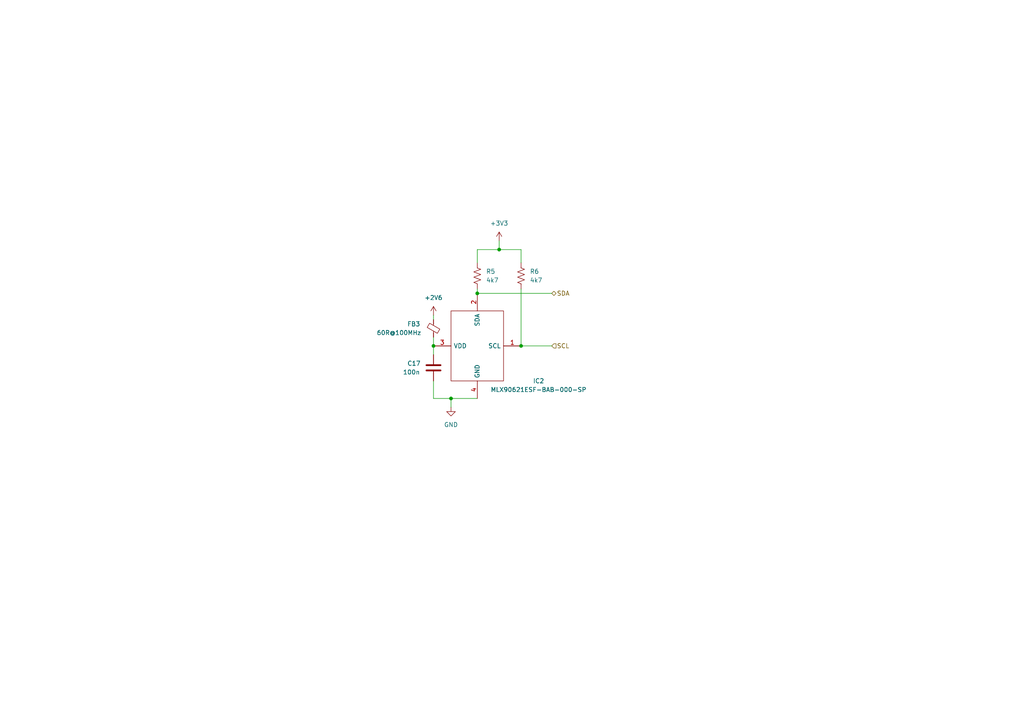
<source format=kicad_sch>
(kicad_sch (version 20211123) (generator eeschema)
  (paper "A4")
  (title_block (title "IR Sensor"))
  (lib_symbols
    (symbol "2v6:+2V6" (power) (pin_names (offset 0))
      (property "Value" "+2V6" (at 0 5.08 0))
      (symbol "+2V6_0_1"
        (polyline (pts (xy -0.762 1.27) (xy 0 2.54)))
        (polyline (pts (xy 0 0) (xy 0 2.54)))
        (polyline (pts (xy 0 2.54) (xy 0.762 1.27)))
      )
      (symbol "+2V6_1_1"
        (pin power_in line (at 0 0 90) (length 0) hide (name "+2V6") (number "1"))
      )
    )
    (symbol "Device:C" (pin_numbers hide) (pin_names (offset 0.254))
      (property "Reference" "C" (at 0.635 2.54 0))
      (property "Value" "C" (at 0.635 -2.54 0))
      (symbol "C_0_1"
        (polyline (pts (xy -2.032 -0.762) (xy 2.032 -0.762)) (stroke (width 0.508)))
        (polyline (pts (xy -2.032 0.762) (xy 2.032 0.762)) (stroke (width 0.508)))
      )
      (symbol "C_1_1"
        (pin passive line (at 0 3.81 270) (length 2.794) (name "~") (number "1"))
        (pin passive line (at 0 -3.81 90) (length 2.794) (name "~") (number "2"))
      )
    )
    (symbol "Device:FerriteBead_Small" (pin_numbers hide) (pin_names (offset 0))
      (property "Reference" "FB" (at 1.905 1.27 0))
      (property "Value" "FerriteBead_Small" (at 1.905 -1.27 0))
      (symbol "FerriteBead_Small_0_1"
        (polyline (pts (xy 0 -1.27) (xy 0 -0.7874)))
        (polyline (pts (xy 0 0.889) (xy 0 1.2954)))
        (polyline (pts (xy -1.8288 0.2794) (xy -1.1176 1.4986) (xy 1.8288 -0.2032) (xy 1.1176 -1.4224) (xy -1.8288 0.2794)))
      )
      (symbol "FerriteBead_Small_1_1"
        (pin passive line (at 0 2.54 270) (length 1.27) (name "~") (number "1"))
        (pin passive line (at 0 -2.54 90) (length 1.27) (name "~") (number "2"))
      )
    )
    (symbol "Device:R_US" (pin_numbers hide) (pin_names (offset 0))
      (property "Reference" "R" (at 2.54 0 90))
      (property "Value" "R_US" (at -2.54 0 90))
      (symbol "R_US_0_1"
        (polyline (pts (xy 0 -2.286) (xy 0 -2.54)))
        (polyline (pts (xy 0 2.286) (xy 0 2.54)))
        (polyline (pts (xy 0 -0.762) (xy 1.016 -1.143) (xy 0 -1.524) (xy -1.016 -1.905) (xy 0 -2.286)))
        (polyline (pts (xy 0 0.762) (xy 1.016 0.381) (xy 0 0) (xy -1.016 -0.381) (xy 0 -0.762)))
        (polyline (pts (xy 0 2.286) (xy 1.016 1.905) (xy 0 1.524) (xy -1.016 1.143) (xy 0 0.762)))
      )
      (symbol "R_US_1_1"
        (pin passive line (at 0 3.81 270) (length 1.27) (name "~") (number "1"))
        (pin passive line (at 0 -3.81 90) (length 1.27) (name "~") (number "2"))
      )
    )
    (symbol "irsensor:MLX90621ESF-BAB-000-SP" (pin_names (offset 0.762))
      (property "Reference" "IC" (at 21.59 15.24 0))
      (property "Value" "MLX90621ESF-BAB-000-SP" (at 21.59 12.7 0))
      (symbol "MLX90621ESF-BAB-000-SP_0_0"
        (pin passive line (at 25.4 0 180) (length 5.08) (name "SCL") (number "1"))
        (pin passive line (at 12.7 15.24 270) (length 5.08) (name "SDA") (number "2"))
        (pin passive line (at 0 0 0) (length 5.08) (name "VDD") (number "3"))
        (pin passive line (at 12.7 -15.24 90) (length 5.08) (name "GND") (number "4"))
      )
      (symbol "MLX90621ESF-BAB-000-SP_0_1"
        (polyline (pts (xy 5.08 10.16) (xy 20.32 10.16) (xy 20.32 -10.16) (xy 5.08 -10.16) (xy 5.08 10.16)) (stroke (width 0.1524)))
      )
    )
    (symbol "power:+3V3" (power) (pin_names (offset 0))
      (property "Value" "+3V3" (at 0 3.556 0))
      (symbol "+3V3_0_1"
        (polyline (pts (xy -0.762 1.27) (xy 0 2.54)))
        (polyline (pts (xy 0 0) (xy 0 2.54)))
        (polyline (pts (xy 0 2.54) (xy 0.762 1.27)))
      )
      (symbol "+3V3_1_1"
        (pin power_in line (at 0 0 90) (length 0) hide (name "+3V3") (number "1"))
      )
    )
    (symbol "power:GND" (power) (pin_names (offset 0))
      (property "Value" "GND" (at 0 -3.81 0))
      (symbol "GND_0_1"
        (polyline (pts (xy 0 0) (xy 0 -1.27) (xy 1.27 -1.27) (xy 0 -2.54) (xy -1.27 -1.27) (xy 0 -1.27)))
      )
      (symbol "GND_1_1"
        (pin power_in line (at 0 0 270) (length 0) hide (name "GND") (number "1"))
      )
    )
  )
  (junction (at 130.81 115.57))
  (junction (at 151.13 100.33))
  (junction (at 125.73 100.33))
  (junction (at 138.43 85.09))
  (junction (at 144.78 72.39))
  (wire (pts (xy 138.43 76.2) (xy 138.43 72.39)))
  (wire (pts (xy 138.43 83.82) (xy 138.43 85.09)))
  (wire (pts (xy 144.78 72.39) (xy 151.13 72.39)))
  (wire (pts (xy 125.73 115.57) (xy 130.81 115.57)))
  (wire (pts (xy 151.13 72.39) (xy 151.13 76.2)))
  (wire (pts (xy 125.73 100.33) (xy 125.73 102.87)))
  (wire (pts (xy 151.13 100.33) (xy 160.02 100.33)))
  (wire (pts (xy 125.73 110.49) (xy 125.73 115.57)))
  (wire (pts (xy 125.73 91.44) (xy 125.73 92.71)))
  (wire (pts (xy 144.78 69.85) (xy 144.78 72.39)))
  (wire (pts (xy 130.81 115.57) (xy 130.81 118.11)))
  (wire (pts (xy 125.73 97.79) (xy 125.73 100.33)))
  (wire (pts (xy 138.43 85.09) (xy 160.02 85.09)))
  (wire (pts (xy 130.81 115.57) (xy 138.43 115.57)))
  (wire (pts (xy 151.13 83.82) (xy 151.13 100.33)))
  (wire (pts (xy 138.43 72.39) (xy 144.78 72.39)))
  (hierarchical_label "SCL" (shape input) (at 160.02 100.33 0))
  (hierarchical_label "SDA" (shape bidirectional) (at 160.02 85.09 0))
  (symbol (lib_id "Device:R_US") (at 151.13 80.01 0) (unit 1)
    (property "Reference" "R6" (at 153.67 78.7399 0) (effects (justify left)))
    (property "Value" "4k7" (at 153.67 81.2799 0) (effects (justify left)))
    (property "Footprint" "Resistor_SMD:R_0603_1608Metric" (effects hide))
  )
  (symbol (lib_id "power:+3V3") (at 144.78 69.85 0) (unit 1)
    (property "Reference" "#PWR0128" (effects hide))
    (property "Value" "+3V3" (at 144.78 64.77 0))
  )
  (symbol (lib_id "Device:R_US") (at 138.43 80.01 0) (unit 1)
    (property "Reference" "R5" (at 140.97 78.7399 0) (effects (justify left)))
    (property "Value" "4k7" (at 140.97 81.2799 0) (effects (justify left)))
    (property "Footprint" "Resistor_SMD:R_0603_1608Metric" (effects hide))
  )
  (symbol (lib_id "power:GND") (at 130.81 118.11 0) (unit 1)
    (property "Reference" "#PWR0126" (effects hide))
    (property "Value" "GND" (at 130.81 123.19 0))
  )
  (symbol (lib_id "Device:FerriteBead_Small") (at 125.73 95.25 0) (unit 1)
    (property "Reference" "FB3" (at 118.11 93.98 0) (effects (justify left)))
    (property "Value" "60R@100MHz" (at 109.22 96.52 0) (effects (justify left)))
    (property "Footprint" "Inductor_SMD:L_0603_1608Metric" (effects hide))
  )
  (symbol (lib_id "Device:C") (at 125.73 106.68 0) (unit 1)
    (property "Reference" "C17" (at 118.11 105.41 0) (effects (justify left)))
    (property "Value" "100n" (at 116.84 107.95 0) (effects (justify left)))
    (property "Footprint" "Capacitor_SMD:C_0603_1608Metric" (effects hide))
  )
  (symbol (lib_id "2v6:+2V6") (at 125.73 91.44 0) (unit 1)
    (property "Reference" "#PWR0127" (effects hide))
    (property "Value" "+2V6" (at 125.73 86.36 0))
  )
  (symbol (lib_id "irsensor:MLX90621ESF-BAB-000-SP") (at 125.73 100.33 0) (unit 1)
    (property "Reference" "IC2" (at 156.21 110.49 0))
    (property "Value" "MLX90621ESF-BAB-000-SP" (at 156.21 113.03 0))
    (property "Footprint" "MLX90621ESFBAB000SP" (effects hide))
    (property "Datasheet" "https://www.melexis.com/-/media/files/documents/datasheets/mlx90621-datasheet-melexis.pdf" (effects hide))
    (property "Description" "Board Mount Temperature Sensors 16X4 thermal array sensor, 3Volt, 60deg total FOV" (effects hide))
    (property "Height" "11.4" (effects hide))
    (property "Manufacturer_Name" "Melexis" (effects hide))
    (property "Manufacturer_Part_Number" "MLX90621ESF-BAB-000-SP" (effects hide))
    (property "Mouser Part Number" "482-90621ESFBAB000SP" (effects hide))
    (property "Mouser Price/Stock" "https://www.mouser.co.uk/ProductDetail/Melexis/MLX90621ESF-BAB-000-SP/?qs=KuGPmAKtFKVFHvV1D3wVtw%3D%3D" (effects hide))
  )
)
</source>
